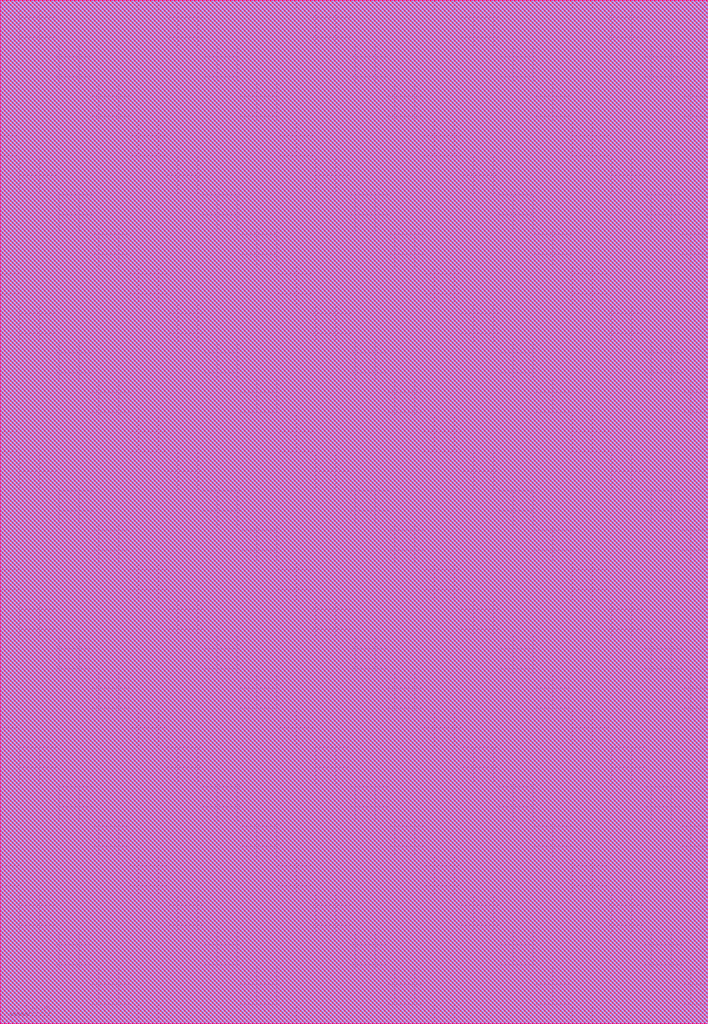
<source format=lef>
VERSION 5.7 ;
  NOWIREEXTENSIONATPIN ON ;
  DIVIDERCHAR "/" ;
  BUSBITCHARS "[]" ;
MACRO caravel
  CLASS BLOCK ;
  FOREIGN caravel ;
  ORIGIN 0.000 0.000 ;
  SIZE 3588.010 BY 5188.010 ;
  OBS
      LAYER li1 ;
        RECT 0.225 0.225 3587.785 5187.715 ;
      LAYER met1 ;
        RECT 0.000 0.000 3588.010 5188.010 ;
      LAYER met2 ;
        RECT 0.000 0.000 3588.010 5188.010 ;
      LAYER met3 ;
        RECT 0.000 0.000 3588.010 5188.010 ;
      LAYER met4 ;
        RECT 0.000 0.000 3588.010 5188.010 ;
      LAYER met5 ;
        RECT 0.000 0.000 3588.010 5188.010 ;
  END
END caravel
END LIBRARY


</source>
